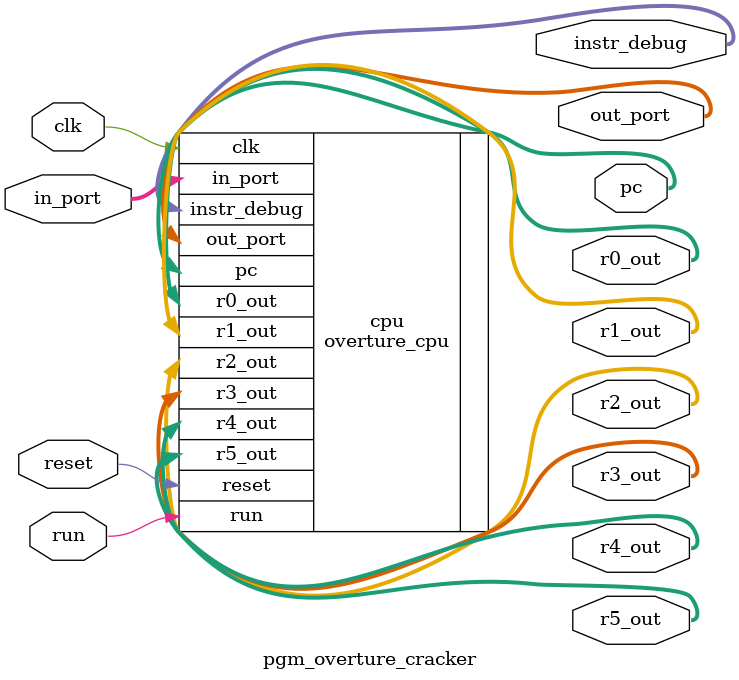
<source format=sv>
module pgm_overture_cracker (
    input        clk,
    input        reset,
    input        run,
    input  [7:0] in_port,
    output [7:0] pc,
    output [7:0] out_port,
    output [7:0] instr_debug,
    output [7:0] r0_out,
    output [7:0] r1_out,
    output [7:0] r2_out,
    output [7:0] r3_out,
    output [7:0] r4_out,
    output [7:0] r5_out
);

    // Program wrapper for overture_cracker.txt.
    overture_cpu cpu (
        .clk(clk),
        .reset(reset),
        .run(run),
        .in_port(in_port),
        .pc(pc),
        .out_port(out_port),
        .instr_debug(instr_debug),
        .r0_out(r0_out),
        .r1_out(r1_out),
        .r2_out(r2_out),
        .r3_out(r3_out),
        .r4_out(r4_out),
        .r5_out(r5_out)
    );

endmodule

</source>
